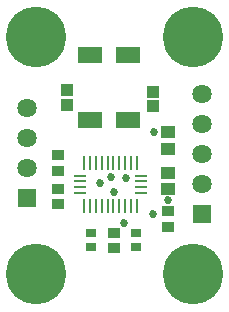
<source format=gts>
G04*
G04 #@! TF.GenerationSoftware,Altium Limited,Altium Designer,20.1.12 (249)*
G04*
G04 Layer_Color=8388736*
%FSLAX25Y25*%
%MOIN*%
G70*
G04*
G04 #@! TF.SameCoordinates,99628C8E-7468-4988-8CC2-48D13434FF55*
G04*
G04*
G04 #@! TF.FilePolarity,Negative*
G04*
G01*
G75*
%ADD14R,0.04464X0.00984*%
%ADD15R,0.00984X0.04858*%
%ADD16R,0.03543X0.02953*%
%ADD21R,0.04831X0.04437*%
%ADD22R,0.03847X0.03453*%
%ADD23R,0.07980X0.05618*%
%ADD24R,0.04240X0.04240*%
%ADD25C,0.20185*%
%ADD26C,0.06406*%
%ADD27R,0.06406X0.06406*%
%ADD28C,0.02700*%
D14*
X45129Y37000D02*
D03*
Y38969D02*
D03*
Y40937D02*
D03*
Y42906D02*
D03*
X24721D02*
D03*
Y40937D02*
D03*
Y38969D02*
D03*
Y37000D02*
D03*
D15*
X43784Y47205D02*
D03*
X41815D02*
D03*
X39846D02*
D03*
X37878D02*
D03*
X35909D02*
D03*
X33941D02*
D03*
X31972D02*
D03*
X30004D02*
D03*
X28035D02*
D03*
X26067D02*
D03*
X43784Y32702D02*
D03*
X41815D02*
D03*
X39846D02*
D03*
X37878D02*
D03*
X35909D02*
D03*
X33941D02*
D03*
X31972D02*
D03*
X30004D02*
D03*
X28035D02*
D03*
X26067D02*
D03*
D16*
X43500Y23862D02*
D03*
Y19138D02*
D03*
X28500Y19000D02*
D03*
Y23724D02*
D03*
D21*
X54000Y51921D02*
D03*
Y57433D02*
D03*
Y43921D02*
D03*
Y38409D02*
D03*
D22*
X36000Y23921D02*
D03*
Y18803D02*
D03*
X54000Y25862D02*
D03*
Y30980D02*
D03*
X17441Y38539D02*
D03*
Y33421D02*
D03*
Y49598D02*
D03*
Y44480D02*
D03*
D23*
X28142Y61378D02*
D03*
X40740D02*
D03*
X28142Y83031D02*
D03*
X40740D02*
D03*
D24*
X20441Y71382D02*
D03*
Y66461D02*
D03*
X48941Y70882D02*
D03*
Y65961D02*
D03*
D25*
X10000Y10000D02*
D03*
Y89000D02*
D03*
X62500D02*
D03*
Y10000D02*
D03*
D26*
X65500Y70000D02*
D03*
Y60000D02*
D03*
Y50000D02*
D03*
Y40000D02*
D03*
X7000Y65500D02*
D03*
Y55500D02*
D03*
Y45500D02*
D03*
D27*
X65500Y30000D02*
D03*
X7000Y35500D02*
D03*
D28*
X40133Y42229D02*
D03*
X35000Y42500D02*
D03*
X49500Y57500D02*
D03*
X49000Y30000D02*
D03*
X31500Y40500D02*
D03*
X36000Y37500D02*
D03*
X39352Y27214D02*
D03*
X54000Y34921D02*
D03*
M02*

</source>
